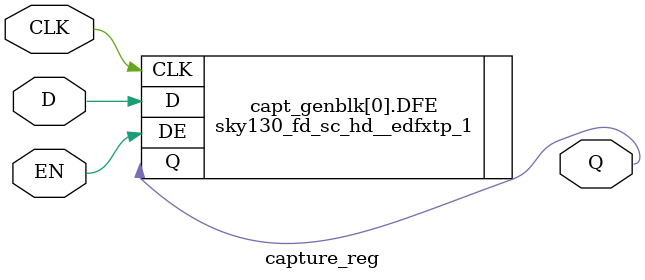
<source format=sv>
/*
   Filename: capture_reg.v
    Version: 1.0
   Standard: Verilog
Description: Gauranteed to be an n-bit DFFE register independent of inputs
     Author: Tyler Sheaves (@tsheaves)
*/
`define REG_CELL sky130_fd_sc_hd__edfxtp_1  

(* techmap_celltype = "$dffe" *)
module capture_reg (Q, D, CLK, EN);
	parameter WIDTH = 1;
	parameter CLK_POLARITY = 1;
    (* clkbuf_sink *)
	input CLK;
    input EN;
	(* force_downto *)
	input [WIDTH-1:0] D;
	(* force_downto *)
	output reg [WIDTH-1:0] Q;
    
	generate 
		genvar i;
		for(i=0; i<WIDTH; i=i+1) begin : capt_genblk
			`REG_CELL DFE(.Q(Q[i]), .CLK(CLK), .D(D[i]), .DE(EN));
        end
   	endgenerate    

endmodule

</source>
